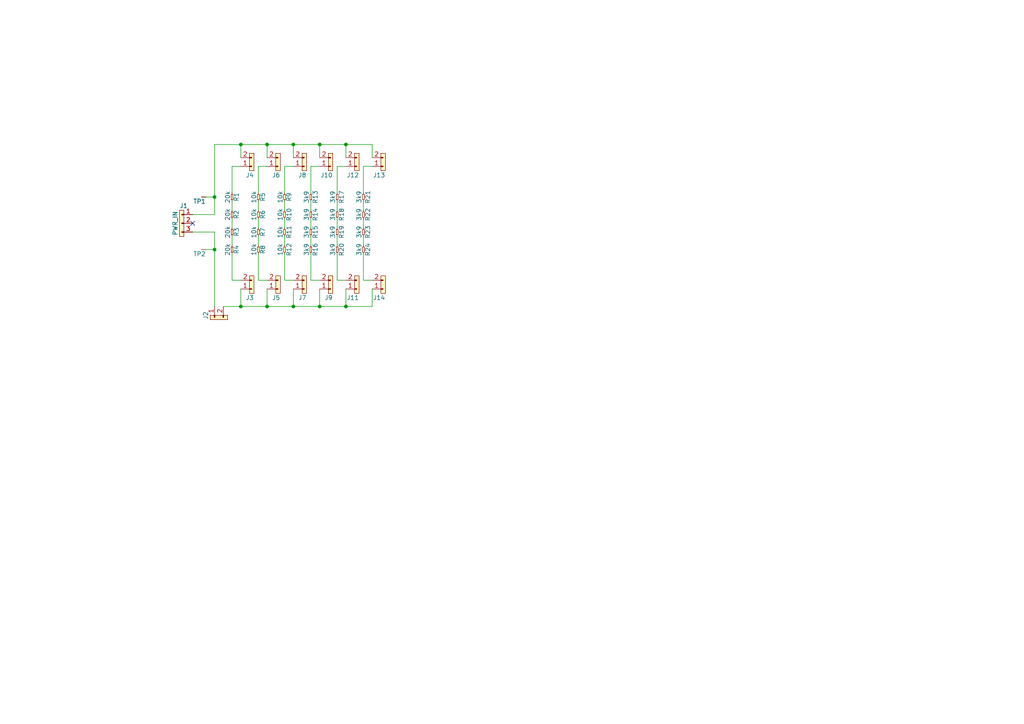
<source format=kicad_sch>
(kicad_sch (version 20230121) (generator eeschema)
  (paper "A4")
  (title_block (title "40W 400V load") (date "2019-09-06") (rev "1") (comment 1 "Drawn by: Hannah McLaughlin"))
  (lib_symbols
    (symbol "load-rescue:CONN_01x02-agg-kicad" (pin_names (offset 0.0254) hide)
      (property "Reference" "J" (at -1.27 2.54 0))
      (property "Value" "agg-kicad_CONN_01x02" (at -1.27 -5.08 0))
      (symbol "CONN_01x02-agg-kicad_0_1"
        (rectangle (start 0 -2.413) (end -0.635 -2.667) (fill (type outline)))
        (rectangle (start 0 0.127) (end -0.635 -0.127) (fill (type outline)))
        (rectangle (start 0 1.27) (end -1.27 -3.81) (fill (type background)))
      )
      (symbol "CONN_01x02-agg-kicad_1_1"
        (pin passive line (at 2.54 0 180) (length 2.54) (name "1") (number "1"))
        (pin passive line (at 2.54 -2.54 180) (length 2.54) (name "2") (number "2"))
      )
    )
    (symbol "load-rescue:CONN_01x03-agg-kicad" (pin_names (offset 0.0254) hide)
      (property "Reference" "J" (at -1.27 2.54 0))
      (property "Value" "agg-kicad_CONN_01x03" (at -1.27 -7.62 0))
      (symbol "CONN_01x03-agg-kicad_0_1"
        (rectangle (start 0 -4.953) (end -0.635 -5.207) (fill (type outline)))
        (rectangle (start 0 -2.413) (end -0.635 -2.667) (fill (type outline)))
        (rectangle (start 0 0.127) (end -0.635 -0.127) (fill (type outline)))
        (rectangle (start 0 1.27) (end -1.27 -6.35) (fill (type background)))
      )
      (symbol "CONN_01x03-agg-kicad_1_1"
        (pin passive line (at 2.54 0 180) (length 2.54) (name "1") (number "1"))
        (pin passive line (at 2.54 -2.54 180) (length 2.54) (name "2") (number "2"))
        (pin passive line (at 2.54 -5.08 180) (length 2.54) (name "3") (number "3"))
      )
    )
    (symbol "load-rescue:R-agg-kicad" (pin_numbers hide) (pin_names (offset 1.016) hide)
      (property "Reference" "R" (at 1.27 1.27 0))
      (property "Value" "agg-kicad_R" (at 1.27 -1.27 0))
      (symbol "R-agg-kicad_0_1"
        (rectangle (start 0.508 0.254) (end 2.032 -0.254) (fill (type background)))
      )
      (symbol "R-agg-kicad_1_1"
        (pin passive line (at 0 0 0) (length 0.508) (name "~") (number "1"))
        (pin passive line (at 2.54 0 180) (length 0.508) (name "~") (number "2"))
      )
    )
    (symbol "load-rescue:TESTPAD-agg-kicad" (pin_numbers hide) (pin_names (offset 1.016) hide)
      (property "Reference" "TP" (at 0 1.27 0))
      (symbol "TESTPAD-agg-kicad_0_1"
        (polyline (pts (xy 1.27 0) (xy 1.27 0)) (stroke (width 1.143)))
      )
      (symbol "TESTPAD-agg-kicad_1_1"
        (pin input line (at 0 0 0) (length 1.27) (name "TP") (number "1"))
      )
    )
  )
  (junction (at 62.23 72.39))
  (junction (at 85.09 41.91))
  (junction (at 85.09 88.9))
  (junction (at 92.71 88.9))
  (junction (at 62.23 57.15))
  (junction (at 92.71 41.91))
  (junction (at 69.85 88.9))
  (junction (at 77.47 88.9))
  (junction (at 69.85 41.91))
  (junction (at 100.33 41.91))
  (junction (at 100.33 88.9))
  (junction (at 77.47 41.91))
  (no_connect (at 55.88 64.77))
  (wire (pts (xy 90.17 48.26) (xy 92.71 48.26)))
  (wire (pts (xy 82.55 68.58) (xy 82.55 71.12)))
  (wire (pts (xy 69.85 41.91) (xy 69.85 45.72)))
  (wire (pts (xy 64.77 88.9) (xy 69.85 88.9)))
  (wire (pts (xy 90.17 55.88) (xy 90.17 48.26)))
  (wire (pts (xy 105.41 48.26) (xy 105.41 55.88)))
  (wire (pts (xy 105.41 58.42) (xy 105.41 60.96)))
  (wire (pts (xy 69.85 88.9) (xy 77.47 88.9)))
  (wire (pts (xy 59.69 57.15) (xy 62.23 57.15)))
  (wire (pts (xy 55.88 67.31) (xy 62.23 67.31)))
  (wire (pts (xy 97.79 63.5) (xy 97.79 66.04)))
  (wire (pts (xy 62.23 67.31) (xy 62.23 72.39)))
  (wire (pts (xy 100.33 41.91) (xy 100.33 45.72)))
  (wire (pts (xy 105.41 63.5) (xy 105.41 66.04)))
  (wire (pts (xy 67.31 81.28) (xy 69.85 81.28)))
  (wire (pts (xy 82.55 73.66) (xy 82.55 81.28)))
  (wire (pts (xy 82.55 55.88) (xy 82.55 48.26)))
  (wire (pts (xy 67.31 73.66) (xy 67.31 81.28)))
  (wire (pts (xy 85.09 83.82) (xy 85.09 88.9)))
  (wire (pts (xy 90.17 58.42) (xy 90.17 60.96)))
  (wire (pts (xy 100.33 88.9) (xy 107.95 88.9)))
  (wire (pts (xy 82.55 81.28) (xy 85.09 81.28)))
  (wire (pts (xy 97.79 55.88) (xy 97.79 48.26)))
  (wire (pts (xy 62.23 41.91) (xy 69.85 41.91)))
  (wire (pts (xy 77.47 83.82) (xy 77.47 88.9)))
  (wire (pts (xy 90.17 73.66) (xy 90.17 81.28)))
  (wire (pts (xy 82.55 48.26) (xy 85.09 48.26)))
  (wire (pts (xy 90.17 68.58) (xy 90.17 71.12)))
  (wire (pts (xy 82.55 63.5) (xy 82.55 66.04)))
  (wire (pts (xy 97.79 73.66) (xy 97.79 81.28)))
  (wire (pts (xy 62.23 72.39) (xy 62.23 88.9)))
  (wire (pts (xy 97.79 68.58) (xy 97.79 71.12)))
  (wire (pts (xy 67.31 55.88) (xy 67.31 48.26)))
  (wire (pts (xy 92.71 41.91) (xy 100.33 41.91)))
  (wire (pts (xy 74.93 58.42) (xy 74.93 60.96)))
  (wire (pts (xy 74.93 81.28) (xy 77.47 81.28)))
  (wire (pts (xy 55.88 62.23) (xy 62.23 62.23)))
  (wire (pts (xy 105.41 68.58) (xy 105.41 71.12)))
  (wire (pts (xy 105.41 73.66) (xy 105.41 81.28)))
  (wire (pts (xy 85.09 41.91) (xy 92.71 41.91)))
  (wire (pts (xy 67.31 48.26) (xy 69.85 48.26)))
  (wire (pts (xy 85.09 88.9) (xy 92.71 88.9)))
  (wire (pts (xy 67.31 68.58) (xy 67.31 71.12)))
  (wire (pts (xy 92.71 41.91) (xy 92.71 45.72)))
  (wire (pts (xy 97.79 48.26) (xy 100.33 48.26)))
  (wire (pts (xy 77.47 88.9) (xy 85.09 88.9)))
  (wire (pts (xy 74.93 73.66) (xy 74.93 81.28)))
  (wire (pts (xy 107.95 41.91) (xy 107.95 45.72)))
  (wire (pts (xy 62.23 57.15) (xy 62.23 41.91)))
  (wire (pts (xy 92.71 88.9) (xy 100.33 88.9)))
  (wire (pts (xy 74.93 68.58) (xy 74.93 71.12)))
  (wire (pts (xy 69.85 41.91) (xy 77.47 41.91)))
  (wire (pts (xy 67.31 63.5) (xy 67.31 66.04)))
  (wire (pts (xy 100.33 41.91) (xy 107.95 41.91)))
  (wire (pts (xy 105.41 81.28) (xy 107.95 81.28)))
  (wire (pts (xy 62.23 62.23) (xy 62.23 57.15)))
  (wire (pts (xy 97.79 58.42) (xy 97.79 60.96)))
  (wire (pts (xy 90.17 81.28) (xy 92.71 81.28)))
  (wire (pts (xy 82.55 58.42) (xy 82.55 60.96)))
  (wire (pts (xy 59.69 72.39) (xy 62.23 72.39)))
  (wire (pts (xy 69.85 83.82) (xy 69.85 88.9)))
  (wire (pts (xy 85.09 41.91) (xy 85.09 45.72)))
  (wire (pts (xy 90.17 63.5) (xy 90.17 66.04)))
  (wire (pts (xy 97.79 81.28) (xy 100.33 81.28)))
  (wire (pts (xy 92.71 83.82) (xy 92.71 88.9)))
  (wire (pts (xy 107.95 88.9) (xy 107.95 83.82)))
  (wire (pts (xy 100.33 83.82) (xy 100.33 88.9)))
  (wire (pts (xy 77.47 41.91) (xy 85.09 41.91)))
  (wire (pts (xy 74.93 48.26) (xy 74.93 55.88)))
  (wire (pts (xy 74.93 63.5) (xy 74.93 66.04)))
  (wire (pts (xy 107.95 48.26) (xy 105.41 48.26)))
  (wire (pts (xy 77.47 41.91) (xy 77.47 45.72)))
  (wire (pts (xy 74.93 48.26) (xy 77.47 48.26)))
  (wire (pts (xy 67.31 58.42) (xy 67.31 60.96)))
  (symbol (lib_id "load-rescue:R-agg-kicad") (at 67.31 55.88 270) (unit 1)
    (property "Reference" "R1" (at 68.58 57.15 0))
    (property "Value" "20k" (at 66.04 57.15 0))
    (property "Footprint" "agg:2512" (effects hide))
    (property "Farnell" "2380982" (effects hide))
  )
  (symbol (lib_id "load-rescue:R-agg-kicad") (at 67.31 60.96 270) (unit 1)
    (property "Reference" "R2" (at 68.58 62.23 0))
    (property "Value" "20k" (at 66.04 62.23 0))
    (property "Footprint" "agg:2512" (effects hide))
    (property "Farnell" "2380982" (effects hide))
  )
  (symbol (lib_id "load-rescue:R-agg-kicad") (at 67.31 66.04 270) (unit 1)
    (property "Reference" "R3" (at 68.58 67.31 0))
    (property "Value" "20k" (at 66.04 67.31 0))
    (property "Footprint" "agg:2512" (effects hide))
    (property "Farnell" "2380982" (effects hide))
  )
  (symbol (lib_id "load-rescue:R-agg-kicad") (at 67.31 71.12 270) (unit 1)
    (property "Reference" "R4" (at 68.58 72.39 0))
    (property "Value" "20k" (at 66.04 72.39 0))
    (property "Footprint" "agg:2512" (effects hide))
    (property "Farnell" "2380982" (effects hide))
  )
  (symbol (lib_id "load-rescue:R-agg-kicad") (at 74.93 71.12 270) (unit 1)
    (property "Reference" "R8" (at 76.2 72.39 0))
    (property "Value" "10k" (at 73.66 72.39 0))
    (property "Footprint" "agg:2512" (effects hide))
    (property "Farnell" "2861351" (effects hide))
  )
  (symbol (lib_id "load-rescue:R-agg-kicad") (at 74.93 66.04 270) (unit 1)
    (property "Reference" "R7" (at 76.2 67.31 0))
    (property "Value" "10k" (at 73.66 67.31 0))
    (property "Footprint" "agg:2512" (effects hide))
    (property "Farnell" "2861351" (effects hide))
  )
  (symbol (lib_id "load-rescue:R-agg-kicad") (at 74.93 60.96 270) (unit 1)
    (property "Reference" "R6" (at 76.2 62.23 0))
    (property "Value" "10k" (at 73.66 62.23 0))
    (property "Footprint" "agg:2512" (effects hide))
    (property "Farnell" "2861351" (effects hide))
  )
  (symbol (lib_id "load-rescue:R-agg-kicad") (at 74.93 55.88 270) (unit 1)
    (property "Reference" "R5" (at 76.2 57.15 0))
    (property "Value" "10k" (at 73.66 57.15 0))
    (property "Footprint" "agg:2512" (effects hide))
    (property "Farnell" "2861351" (effects hide))
  )
  (symbol (lib_id "load-rescue:R-agg-kicad") (at 82.55 71.12 270) (unit 1)
    (property "Reference" "R12" (at 83.82 72.39 0))
    (property "Value" "10k" (at 81.28 72.39 0))
    (property "Footprint" "agg:2512" (effects hide))
    (property "Farnell" "2861351" (effects hide))
  )
  (symbol (lib_id "load-rescue:R-agg-kicad") (at 82.55 66.04 270) (unit 1)
    (property "Reference" "R11" (at 83.82 67.31 0))
    (property "Value" "10k" (at 81.28 67.31 0))
    (property "Footprint" "agg:2512" (effects hide))
    (property "Farnell" "2861351" (effects hide))
  )
  (symbol (lib_id "load-rescue:R-agg-kicad") (at 82.55 60.96 270) (unit 1)
    (property "Reference" "R10" (at 83.82 62.23 0))
    (property "Value" "10k" (at 81.28 62.23 0))
    (property "Footprint" "agg:2512" (effects hide))
    (property "Farnell" "2861351" (effects hide))
  )
  (symbol (lib_id "load-rescue:R-agg-kicad") (at 82.55 55.88 270) (unit 1)
    (property "Reference" "R9" (at 83.82 57.15 0))
    (property "Value" "10k" (at 81.28 57.15 0))
    (property "Footprint" "agg:2512" (effects hide))
    (property "Farnell" "2861351" (effects hide))
  )
  (symbol (lib_id "load-rescue:R-agg-kicad") (at 90.17 71.12 270) (unit 1)
    (property "Reference" "R16" (at 91.44 72.39 0))
    (property "Value" "3k9" (at 88.9 72.39 0))
    (property "Footprint" "agg:2512" (effects hide))
    (property "Farnell" "2476502" (effects hide))
  )
  (symbol (lib_id "load-rescue:R-agg-kicad") (at 90.17 66.04 270) (unit 1)
    (property "Reference" "R15" (at 91.44 67.31 0))
    (property "Value" "3k9" (at 88.9 67.31 0))
    (property "Footprint" "agg:2512" (effects hide))
    (property "Farnell" "2476502" (effects hide))
  )
  (symbol (lib_id "load-rescue:R-agg-kicad") (at 90.17 60.96 270) (unit 1)
    (property "Reference" "R14" (at 91.44 62.23 0))
    (property "Value" "3k9" (at 88.9 62.23 0))
    (property "Footprint" "agg:2512" (effects hide))
    (property "Farnell" "2476502" (effects hide))
  )
  (symbol (lib_id "load-rescue:R-agg-kicad") (at 90.17 55.88 270) (unit 1)
    (property "Reference" "R13" (at 91.44 57.15 0))
    (property "Value" "3k9" (at 88.9 57.15 0))
    (property "Footprint" "agg:2512" (effects hide))
    (property "Farnell" "2476502" (effects hide))
  )
  (symbol (lib_id "load-rescue:R-agg-kicad") (at 97.79 71.12 270) (unit 1)
    (property "Reference" "R20" (at 99.06 72.39 0))
    (property "Value" "3k9" (at 96.52 72.39 0))
    (property "Footprint" "agg:2512" (effects hide))
    (property "Farnell" "2476502" (effects hide))
  )
  (symbol (lib_id "load-rescue:R-agg-kicad") (at 97.79 66.04 270) (unit 1)
    (property "Reference" "R19" (at 99.06 67.31 0))
    (property "Value" "3k9" (at 96.52 67.31 0))
    (property "Footprint" "agg:2512" (effects hide))
    (property "Farnell" "2476502" (effects hide))
  )
  (symbol (lib_id "load-rescue:R-agg-kicad") (at 97.79 60.96 270) (unit 1)
    (property "Reference" "R18" (at 99.06 62.23 0))
    (property "Value" "3k9" (at 96.52 62.23 0))
    (property "Footprint" "agg:2512" (effects hide))
    (property "Farnell" "2476502" (effects hide))
  )
  (symbol (lib_id "load-rescue:R-agg-kicad") (at 97.79 55.88 270) (unit 1)
    (property "Reference" "R17" (at 99.06 57.15 0))
    (property "Value" "3k9" (at 96.52 57.15 0))
    (property "Footprint" "agg:2512" (effects hide))
    (property "Farnell" "2476502" (effects hide))
  )
  (symbol (lib_id "load-rescue:R-agg-kicad") (at 105.41 71.12 270) (unit 1)
    (property "Reference" "R24" (at 106.68 72.39 0))
    (property "Value" "3k9" (at 104.14 72.39 0))
    (property "Footprint" "agg:2512" (effects hide))
    (property "Farnell" "2476502" (effects hide))
  )
  (symbol (lib_id "load-rescue:R-agg-kicad") (at 105.41 66.04 270) (unit 1)
    (property "Reference" "R23" (at 106.68 67.31 0))
    (property "Value" "3k9" (at 104.14 67.31 0))
    (property "Footprint" "agg:2512" (effects hide))
    (property "Farnell" "2476502" (effects hide))
  )
  (symbol (lib_id "load-rescue:R-agg-kicad") (at 105.41 60.96 270) (unit 1)
    (property "Reference" "R22" (at 106.68 62.23 0))
    (property "Value" "3k9" (at 104.14 62.23 0))
    (property "Footprint" "agg:2512" (effects hide))
    (property "Farnell" "2476502" (effects hide))
  )
  (symbol (lib_id "load-rescue:R-agg-kicad") (at 105.41 55.88 270) (unit 1)
    (property "Reference" "R21" (at 106.68 57.15 0))
    (property "Value" "3k9" (at 104.14 57.15 0))
    (property "Footprint" "agg:2512" (effects hide))
    (property "Farnell" "2476502" (effects hide))
  )
  (symbol (lib_id "load-rescue:CONN_01x02-agg-kicad") (at 72.39 83.82 180) (unit 1)
    (property "Reference" "J3" (at 73.66 86.36 0) (effects (justify left)))
    (property "Value" "CONN_01x02" (effects hide))
    (property "Footprint" "agg:SIL-254P-02" (effects hide))
  )
  (symbol (lib_id "load-rescue:CONN_01x02-agg-kicad") (at 80.01 83.82 180) (unit 1)
    (property "Reference" "J5" (at 81.28 86.36 0) (effects (justify left)))
    (property "Value" "CONN_01x02" (effects hide))
    (property "Footprint" "agg:SIL-254P-02" (effects hide))
  )
  (symbol (lib_id "load-rescue:CONN_01x02-agg-kicad") (at 87.63 83.82 180) (unit 1)
    (property "Reference" "J7" (at 88.9 86.36 0) (effects (justify left)))
    (property "Value" "CONN_01x02" (effects hide))
    (property "Footprint" "agg:SIL-254P-02" (effects hide))
  )
  (symbol (lib_id "load-rescue:CONN_01x02-agg-kicad") (at 95.25 83.82 180) (unit 1)
    (property "Reference" "J9" (at 96.52 86.36 0) (effects (justify left)))
    (property "Value" "CONN_01x02" (effects hide))
    (property "Footprint" "agg:SIL-254P-02" (effects hide))
  )
  (symbol (lib_id "load-rescue:CONN_01x02-agg-kicad") (at 102.87 83.82 180) (unit 1)
    (property "Reference" "J11" (at 104.14 86.36 0) (effects (justify left)))
    (property "Value" "CONN_01x02" (effects hide))
    (property "Footprint" "agg:SIL-254P-02" (effects hide))
  )
  (symbol (lib_id "load-rescue:CONN_01x02-agg-kicad") (at 62.23 91.44 90) (unit 1)
    (property "Reference" "J2" (at 59.69 92.71 0) (effects (justify left)))
    (property "Value" "CONN_01x02" (effects hide))
    (property "Footprint" "agg:SIL-254P-02" (effects hide))
  )
  (symbol (lib_id "load-rescue:CONN_01x02-agg-kicad") (at 72.39 48.26 180) (unit 1)
    (property "Reference" "J4" (at 73.66 50.8 0) (effects (justify left)))
    (property "Value" "CONN_01x02" (effects hide))
    (property "Footprint" "agg:SIL-254P-02" (effects hide))
  )
  (symbol (lib_id "load-rescue:CONN_01x02-agg-kicad") (at 80.01 48.26 180) (unit 1)
    (property "Reference" "J6" (at 81.28 50.8 0) (effects (justify left)))
    (property "Value" "CONN_01x02" (effects hide))
    (property "Footprint" "agg:SIL-254P-02" (effects hide))
  )
  (symbol (lib_id "load-rescue:CONN_01x02-agg-kicad") (at 87.63 48.26 180) (unit 1)
    (property "Reference" "J8" (at 88.9 50.8 0) (effects (justify left)))
    (property "Value" "CONN_01x02" (effects hide))
    (property "Footprint" "agg:SIL-254P-02" (effects hide))
  )
  (symbol (lib_id "load-rescue:CONN_01x02-agg-kicad") (at 95.25 48.26 180) (unit 1)
    (property "Reference" "J10" (at 96.52 50.8 0) (effects (justify left)))
    (property "Value" "CONN_01x02" (effects hide))
    (property "Footprint" "agg:SIL-254P-02" (effects hide))
  )
  (symbol (lib_id "load-rescue:CONN_01x02-agg-kicad") (at 102.87 48.26 180) (unit 1)
    (property "Reference" "J12" (at 104.14 50.8 0) (effects (justify left)))
    (property "Value" "CONN_01x02" (effects hide))
    (property "Footprint" "agg:SIL-254P-02" (effects hide))
  )
  (symbol (lib_id "load-rescue:CONN_01x03-agg-kicad") (at 53.34 62.23 0) (unit 1)
    (property "Reference" "J1" (at 52.07 59.69 0) (effects (justify left)))
    (property "Value" "PWR_IN" (at 50.8 64.77 90))
    (property "Footprint" "agg:MOLEX-KK-254P-03" (effects hide))
  )
  (symbol (lib_id "load-rescue:TESTPAD-agg-kicad") (at 59.69 57.15 180) (unit 1)
    (property "Reference" "TP1" (at 59.69 58.42 0) (effects (justify left)))
    (property "Value" "TESTPAD" (effects hide))
    (property "Footprint" "agg:KEYSTONE5016" (effects hide))
  )
  (symbol (lib_id "load-rescue:TESTPAD-agg-kicad") (at 59.69 72.39 180) (unit 1)
    (property "Reference" "TP2" (at 59.69 73.66 0) (effects (justify left)))
    (property "Value" "TESTPAD" (effects hide))
    (property "Footprint" "agg:KEYSTONE5016" (effects hide))
  )
  (symbol (lib_id "load-rescue:CONN_01x02-agg-kicad") (at 110.49 48.26 180) (unit 1)
    (property "Reference" "J13" (at 111.76 50.8 0) (effects (justify left)))
    (property "Value" "CONN_01x02" (effects hide))
    (property "Footprint" "agg:SIL-254P-02" (effects hide))
  )
  (symbol (lib_id "load-rescue:CONN_01x02-agg-kicad") (at 110.49 83.82 180) (unit 1)
    (property "Reference" "J14" (at 111.76 86.36 0) (effects (justify left)))
    (property "Value" "CONN_01x02" (effects hide))
    (property "Footprint" "agg:SIL-254P-02" (effects hide))
  )
)
</source>
